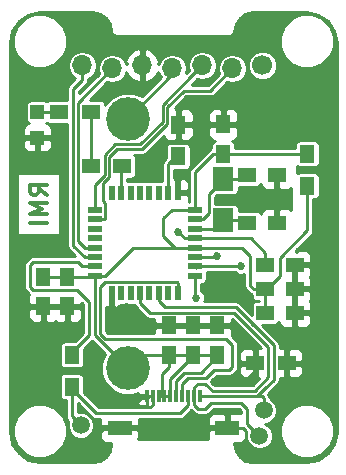
<source format=gbl>
G04 #@! TF.FileFunction,Copper,L2,Bot,Signal*
%FSLAX46Y46*%
G04 Gerber Fmt 4.6, Leading zero omitted, Abs format (unit mm)*
G04 Created by KiCad (PCBNEW 4.0.5-e0-6337~49~ubuntu16.04.1) date Fri Feb 10 02:02:51 2017*
%MOMM*%
%LPD*%
G01*
G04 APERTURE LIST*
%ADD10C,0.100000*%
%ADD11C,0.300000*%
%ADD12C,1.500000*%
%ADD13R,1.500000X1.300000*%
%ADD14R,1.200000X1.200000*%
%ADD15C,1.700000*%
%ADD16O,1.700000X1.700000*%
%ADD17R,1.800000X2.000000*%
%ADD18R,1.500000X1.250000*%
%ADD19R,1.300000X1.500000*%
%ADD20R,1.250000X1.500000*%
%ADD21R,1.200000X0.600000*%
%ADD22R,0.600000X1.200000*%
%ADD23R,0.300000X1.000000*%
%ADD24R,2.000000X1.300000*%
%ADD25C,3.700000*%
%ADD26C,0.900000*%
%ADD27C,0.685800*%
%ADD28C,0.250000*%
%ADD29C,0.254000*%
G04 APERTURE END LIST*
D10*
D11*
X3648571Y-15930000D02*
X2934286Y-15430000D01*
X3648571Y-15072857D02*
X2148571Y-15072857D01*
X2148571Y-15644285D01*
X2220000Y-15787143D01*
X2291429Y-15858571D01*
X2434286Y-15930000D01*
X2648571Y-15930000D01*
X2791429Y-15858571D01*
X2862857Y-15787143D01*
X2934286Y-15644285D01*
X2934286Y-15072857D01*
X3648571Y-16572857D02*
X2148571Y-16572857D01*
X3220000Y-17072857D01*
X2148571Y-17572857D01*
X3648571Y-17572857D01*
X3648571Y-18287143D02*
X2148571Y-18287143D01*
D12*
X21971000Y-34163000D03*
X21590000Y-36322000D03*
X6477000Y-35433000D03*
D13*
X4666000Y-8890000D03*
X7366000Y-8890000D03*
X7300000Y-13500000D03*
X10000000Y-13500000D03*
D14*
X2794000Y-8890000D03*
X2794000Y-11090000D03*
D15*
X21844000Y-4953000D03*
D16*
X19304000Y-5207000D03*
X16764000Y-4953000D03*
X14224000Y-5207000D03*
X11684000Y-4953000D03*
X9144000Y-5207000D03*
X6604000Y-4953000D03*
D13*
X21228100Y-30162500D03*
X23928100Y-30162500D03*
D17*
X18542000Y-18034000D03*
X18542000Y-14534000D03*
D18*
X20574000Y-14224000D03*
X23074000Y-14224000D03*
X20574000Y-18288000D03*
X23074000Y-18288000D03*
D19*
X25654000Y-15146000D03*
X25654000Y-12446000D03*
X14732000Y-9956800D03*
X14732000Y-12656800D03*
D20*
X5334000Y-22860000D03*
X5334000Y-25360000D03*
D18*
X22098000Y-23876000D03*
X24598000Y-23876000D03*
D20*
X18542000Y-12446000D03*
X18542000Y-9946000D03*
X3302000Y-22860000D03*
X3302000Y-25360000D03*
D21*
X16136000Y-17170000D03*
X16136000Y-17970000D03*
X16136000Y-18770000D03*
X16136000Y-19570000D03*
X16136000Y-20370000D03*
X16136000Y-21170000D03*
X16136000Y-21970000D03*
X16136000Y-22770000D03*
D22*
X14686000Y-24220000D03*
X13886000Y-24220000D03*
X13086000Y-24220000D03*
X12286000Y-24220000D03*
X11486000Y-24220000D03*
X10686000Y-24220000D03*
X9886000Y-24220000D03*
X9086000Y-24220000D03*
D21*
X7636000Y-22770000D03*
X7636000Y-21970000D03*
X7636000Y-21170000D03*
X7636000Y-20370000D03*
X7636000Y-19570000D03*
X7636000Y-18770000D03*
X7636000Y-17970000D03*
X7636000Y-17170000D03*
D22*
X9086000Y-15720000D03*
X9886000Y-15720000D03*
X10686000Y-15720000D03*
X11486000Y-15720000D03*
X12286000Y-15720000D03*
X13086000Y-15720000D03*
X13886000Y-15720000D03*
X14686000Y-15720000D03*
D18*
X22098000Y-21844000D03*
X24598000Y-21844000D03*
D20*
X13970000Y-29464000D03*
X13970000Y-26964000D03*
X18034000Y-29464000D03*
X18034000Y-26964000D03*
X16002000Y-29464000D03*
X16002000Y-26964000D03*
D23*
X14550000Y-32950000D03*
X15050000Y-32950000D03*
X15550000Y-32950000D03*
X16050000Y-32950000D03*
X16550000Y-32950000D03*
X14050000Y-32950000D03*
X13550000Y-32950000D03*
X13050000Y-32950000D03*
X12550000Y-32950000D03*
X12050000Y-32950000D03*
D24*
X18850000Y-35650000D03*
X9750000Y-35650000D03*
D18*
X22098000Y-25908000D03*
X24598000Y-25908000D03*
D25*
X10430000Y-9497000D03*
X10430000Y-30607000D03*
D19*
X5715000Y-29445000D03*
X5715000Y-32145000D03*
D26*
X26550000Y-28175000D03*
X26550000Y-32425000D03*
X26554000Y-17369500D03*
X26554000Y-21619500D03*
X26554000Y-6511000D03*
X26554000Y-10761000D03*
D27*
X7620000Y-37592000D03*
X18034000Y-23368000D03*
X20447000Y-37592000D03*
X7620000Y-31242000D03*
X7620000Y-32766000D03*
X9144000Y-32766000D03*
X20320000Y-31750000D03*
X17780000Y-31750000D03*
X19050000Y-31750000D03*
X11430000Y-26924000D03*
X9906000Y-26924000D03*
X19304000Y-16256000D03*
X20320000Y-16256000D03*
X21336000Y-16256000D03*
X22352000Y-16256000D03*
X14732000Y-19050000D03*
X18034000Y-21082000D03*
X20066000Y-21970000D03*
X16256000Y-24638000D03*
D28*
X7620000Y-36530000D02*
X7620000Y-37592000D01*
X9750000Y-35650000D02*
X8500000Y-35650000D01*
X8500000Y-35650000D02*
X7620000Y-36530000D01*
X9750000Y-35650000D02*
X9400000Y-35650000D01*
X9400000Y-35650000D02*
X9236000Y-35814000D01*
X20193000Y-35687000D02*
X20447000Y-35941000D01*
X20447000Y-35941000D02*
X20447000Y-37592000D01*
X19237000Y-35687000D02*
X20193000Y-35687000D01*
X18850000Y-35650000D02*
X19200000Y-35650000D01*
X19200000Y-35650000D02*
X19237000Y-35687000D01*
X12341000Y-33909000D02*
X11303000Y-33909000D01*
X11938000Y-33812000D02*
X11333000Y-33812000D01*
X12050000Y-32950000D02*
X9328000Y-32950000D01*
X9328000Y-32950000D02*
X9144000Y-32766000D01*
X7620000Y-32766000D02*
X7620000Y-31242000D01*
X9144000Y-32766000D02*
X7620000Y-32766000D01*
X7766000Y-32766000D02*
X7620000Y-32766000D01*
X22352000Y-16256000D02*
X21336000Y-16256000D01*
X21628100Y-30162500D02*
X21628100Y-30441900D01*
X21628100Y-30441900D02*
X20320000Y-31750000D01*
X19050000Y-31750000D02*
X17780000Y-31750000D01*
X20320000Y-31750000D02*
X19050000Y-31750000D01*
X9906000Y-26924000D02*
X11430000Y-26924000D01*
X9086000Y-24220000D02*
X9086000Y-26104000D01*
X9086000Y-26104000D02*
X9606001Y-26624001D01*
X9606001Y-26624001D02*
X9906000Y-26924000D01*
X20320000Y-16256000D02*
X19304000Y-16256000D01*
X21336000Y-16256000D02*
X20320000Y-16256000D01*
X23074000Y-18288000D02*
X23074000Y-16978000D01*
X23074000Y-16978000D02*
X22352000Y-16256000D01*
X21628100Y-30162500D02*
X21628100Y-30462500D01*
X12550000Y-32950000D02*
X12550000Y-33700000D01*
X12550000Y-33700000D02*
X12341000Y-33909000D01*
X12550000Y-32950000D02*
X12050000Y-32950000D01*
X12050000Y-32950000D02*
X12050000Y-33700000D01*
X12050000Y-33700000D02*
X11938000Y-33812000D01*
X12050000Y-32950000D02*
X11754000Y-32950000D01*
X11754000Y-32950000D02*
X11176000Y-33528000D01*
X23300000Y-21267678D02*
X23300000Y-22799000D01*
X23300000Y-22799000D02*
X22223000Y-23876000D01*
X22223000Y-23876000D02*
X22098000Y-23876000D01*
X25654000Y-15146000D02*
X25654000Y-18913678D01*
X25654000Y-18913678D02*
X23300000Y-21267678D01*
X22098000Y-23876000D02*
X22098000Y-25908000D01*
X20828000Y-21082000D02*
X20828000Y-22606000D01*
X20828000Y-22606000D02*
X20828000Y-23114000D01*
X22098000Y-23876000D02*
X21098000Y-23876000D01*
X21098000Y-23876000D02*
X20828000Y-23606000D01*
X20828000Y-23606000D02*
X20828000Y-22606000D01*
X20116000Y-20370000D02*
X20828000Y-21082000D01*
X16136000Y-20370000D02*
X19304000Y-20370000D01*
X19304000Y-20370000D02*
X20116000Y-20370000D01*
X14478000Y-20370000D02*
X13462000Y-19354000D01*
X13462000Y-19354000D02*
X13462000Y-17907000D01*
X13462000Y-17907000D02*
X14199000Y-17170000D01*
X14199000Y-17170000D02*
X16136000Y-17170000D01*
X16136000Y-20370000D02*
X14478000Y-20370000D01*
X14478000Y-20370000D02*
X13462000Y-20370000D01*
X10430000Y-9497000D02*
X14224000Y-5703000D01*
X14224000Y-5703000D02*
X14224000Y-5207000D01*
X8486000Y-22770000D02*
X10428000Y-20828000D01*
X13462000Y-20370000D02*
X10886000Y-20370000D01*
X10428000Y-20828000D02*
X10682000Y-20574000D01*
X10886000Y-20370000D02*
X10428000Y-20828000D01*
X25654000Y-12446000D02*
X18542000Y-12446000D01*
X16136000Y-17170000D02*
X16136000Y-13977000D01*
X16136000Y-13977000D02*
X17667000Y-12446000D01*
X17667000Y-12446000D02*
X18542000Y-12446000D01*
X18034000Y-29464000D02*
X16002000Y-29464000D01*
X13550000Y-32950000D02*
X14050000Y-32950000D01*
X13970000Y-29464000D02*
X16002000Y-29464000D01*
X13335000Y-32950000D02*
X13335000Y-31099000D01*
X13335000Y-31099000D02*
X13970000Y-30464000D01*
X13970000Y-30464000D02*
X13970000Y-29464000D01*
X13335000Y-32950000D02*
X13050000Y-32950000D01*
X13550000Y-32950000D02*
X13335000Y-32950000D01*
X14050000Y-32950000D02*
X14050000Y-31541000D01*
X14050000Y-31541000D02*
X16002000Y-29589000D01*
X16002000Y-29589000D02*
X16002000Y-29464000D01*
X16002000Y-29295000D02*
X16002000Y-29170000D01*
X5334000Y-22860000D02*
X7546000Y-22860000D01*
X7546000Y-22860000D02*
X7636000Y-22770000D01*
X7636000Y-22770000D02*
X8486000Y-22770000D01*
X7636000Y-22770000D02*
X7636000Y-27813000D01*
X3302000Y-22860000D02*
X5334000Y-22860000D01*
X15450998Y-20370000D02*
X15290000Y-20370000D01*
X16129000Y-17163000D02*
X16136000Y-17170000D01*
X15450998Y-20370000D02*
X16136000Y-20370000D01*
X14550000Y-31678000D02*
X15240000Y-30988000D01*
X15240000Y-30988000D02*
X16635000Y-30988000D01*
X16635000Y-30988000D02*
X18034000Y-29589000D01*
X18034000Y-29589000D02*
X18034000Y-29464000D01*
X14550000Y-32131000D02*
X14550000Y-31678000D01*
X18034000Y-30097000D02*
X18034000Y-29972000D01*
X14550000Y-32131000D02*
X14550000Y-31806410D01*
X14550000Y-32950000D02*
X14550000Y-32131000D01*
X13970000Y-29464000D02*
X11573000Y-29464000D01*
X11573000Y-29464000D02*
X10430000Y-30607000D01*
X7636000Y-27813000D02*
X10430000Y-30607000D01*
X15125001Y-31864999D02*
X15300000Y-31690000D01*
X15300000Y-31690000D02*
X15551990Y-31438010D01*
X15050000Y-32950000D02*
X15050000Y-31940000D01*
X15050000Y-31940000D02*
X15300000Y-31690000D01*
X14686000Y-23370000D02*
X14686000Y-24220000D01*
X8128000Y-23692998D02*
X8525999Y-23294999D01*
X19304000Y-28602999D02*
X18796000Y-28094999D01*
X17075990Y-31438010D02*
X17780000Y-30734000D01*
X18796000Y-28094999D02*
X8554409Y-28094999D01*
X15551990Y-31438010D02*
X17075990Y-31438010D01*
X17780000Y-30734000D02*
X19050000Y-30734000D01*
X19050000Y-30734000D02*
X19304000Y-30480000D01*
X19304000Y-30480000D02*
X19304000Y-28602999D01*
X8525999Y-23294999D02*
X14610999Y-23294999D01*
X8554409Y-28094999D02*
X8128000Y-27668590D01*
X8128000Y-27668590D02*
X8128000Y-23692998D01*
X14610999Y-23294999D02*
X14686000Y-23370000D01*
X7636000Y-17970000D02*
X8486000Y-17970000D01*
X8382000Y-16430998D02*
X8382000Y-14886417D01*
X8890000Y-12700000D02*
X9563188Y-12026812D01*
X13804599Y-8481495D02*
X15209966Y-7076128D01*
X8486000Y-17970000D02*
X8561001Y-17894999D01*
X9563188Y-12026812D02*
X11683787Y-12026812D01*
X11683787Y-12026812D02*
X13804599Y-9906000D01*
X8561001Y-17894999D02*
X8561001Y-16609999D01*
X8561001Y-16609999D02*
X8382000Y-16430998D01*
X8382000Y-14886417D02*
X8890000Y-14378417D01*
X17434872Y-7076128D02*
X19304000Y-5207000D01*
X8890000Y-14378417D02*
X8890000Y-12700000D01*
X13804599Y-9906000D02*
X13804599Y-8481495D01*
X15209966Y-7076128D02*
X17434872Y-7076128D01*
X19304000Y-5207000D02*
X18923000Y-5207000D01*
X19050000Y-4927600D02*
X19050000Y-5080000D01*
X13402188Y-8314812D02*
X15914001Y-5802999D01*
X13402188Y-9711812D02*
X13402188Y-8314812D01*
X9396504Y-11624401D02*
X11489599Y-11624401D01*
X8487589Y-12533316D02*
X9396504Y-11624401D01*
X8487589Y-14211733D02*
X8487589Y-12533316D01*
X15914001Y-5802999D02*
X16764000Y-4953000D01*
X7636000Y-15063322D02*
X8487589Y-14211733D01*
X7636000Y-17170000D02*
X7636000Y-15063322D01*
X11489599Y-11624401D02*
X13402188Y-9711812D01*
X18542000Y-18034000D02*
X20320000Y-18034000D01*
X20320000Y-18034000D02*
X20574000Y-18288000D01*
X16136000Y-18770000D02*
X17806000Y-18770000D01*
X17806000Y-18770000D02*
X18542000Y-18034000D01*
X18542000Y-14534000D02*
X20264000Y-14534000D01*
X20264000Y-14534000D02*
X20574000Y-14224000D01*
X17316999Y-15859001D02*
X18542000Y-14634000D01*
X18542000Y-14634000D02*
X18542000Y-14534000D01*
X16136000Y-17970000D02*
X16821002Y-17970000D01*
X16821002Y-17970000D02*
X17316999Y-17474003D01*
X17316999Y-17474003D02*
X17316999Y-15859001D01*
X13886000Y-15720000D02*
X13886000Y-13292000D01*
X13886000Y-13292000D02*
X14732000Y-12446000D01*
X20840000Y-19570000D02*
X22098000Y-20828000D01*
X22098000Y-20828000D02*
X22098000Y-21844000D01*
X16136000Y-19570000D02*
X19812000Y-19570000D01*
X19812000Y-19570000D02*
X20840000Y-19570000D01*
X16136000Y-19570000D02*
X15252000Y-19570000D01*
X15252000Y-19570000D02*
X14732000Y-19050000D01*
X17272000Y-33782000D02*
X17526000Y-33528000D01*
X17526000Y-33528000D02*
X20066000Y-33528000D01*
X20066000Y-33528000D02*
X20574000Y-34036000D01*
X20574000Y-34036000D02*
X20574000Y-35306000D01*
X20574000Y-35306000D02*
X21590000Y-36322000D01*
X17335499Y-33718501D02*
X17272000Y-33782000D01*
X17272000Y-33782000D02*
X17018000Y-34036000D01*
X17018000Y-34036000D02*
X16386000Y-34036000D01*
X16386000Y-34036000D02*
X16050000Y-33700000D01*
X16050000Y-33700000D02*
X16050000Y-32950000D01*
X16361980Y-31888020D02*
X16050000Y-32200000D01*
X22352000Y-31367590D02*
X21219600Y-32499990D01*
X17629970Y-32499990D02*
X17018000Y-31888020D01*
X17018000Y-31888020D02*
X16361980Y-31888020D01*
X21219600Y-32499990D02*
X17629970Y-32499990D01*
X22352000Y-28763094D02*
X22352000Y-31367590D01*
X19477905Y-25888999D02*
X22352000Y-28763094D01*
X12304999Y-25888999D02*
X19477905Y-25888999D01*
X16050000Y-32200000D02*
X16050000Y-32950000D01*
X11486000Y-25070000D02*
X12304999Y-25888999D01*
X11486000Y-24220000D02*
X11486000Y-25070000D01*
X21818660Y-32950000D02*
X21971000Y-33102340D01*
X21971000Y-33102340D02*
X21971000Y-34163000D01*
X21406000Y-32950000D02*
X21818660Y-32950000D01*
X13619987Y-25438989D02*
X19596990Y-25438990D01*
X19596990Y-25438990D02*
X20447000Y-26289000D01*
X22802010Y-28644010D02*
X20447000Y-26289000D01*
X20447000Y-26289000D02*
X21082000Y-26924000D01*
X22802010Y-31553990D02*
X22098000Y-32258000D01*
X22098000Y-32258000D02*
X21406000Y-32950000D01*
X21590000Y-32766000D02*
X22098000Y-32258000D01*
X22802010Y-28956000D02*
X22802010Y-31553990D01*
X22802010Y-28956000D02*
X22802010Y-28644010D01*
X13086000Y-24220000D02*
X13086000Y-24905002D01*
X16950000Y-32950000D02*
X16550000Y-32950000D01*
X13086000Y-24905002D02*
X13619987Y-25438989D01*
X21406000Y-32950000D02*
X16950000Y-32950000D01*
X5715000Y-34671000D02*
X6477000Y-35433000D01*
X5715000Y-32145000D02*
X5715000Y-34671000D01*
X5574000Y-32004000D02*
X5715000Y-32145000D01*
X5715000Y-32345000D02*
X5715000Y-31745000D01*
X15550000Y-32950000D02*
X15550000Y-33700000D01*
X15550000Y-33700000D02*
X14833000Y-34417000D01*
X14833000Y-34417000D02*
X7787000Y-34417000D01*
X7787000Y-34417000D02*
X5715000Y-32345000D01*
X5715000Y-29845000D02*
X5715000Y-29245000D01*
X5715000Y-29245000D02*
X7175500Y-27784500D01*
X7175500Y-27784500D02*
X7175500Y-24975500D01*
X7175500Y-24975500D02*
X6135001Y-23935001D01*
X2159000Y-21844000D02*
X2413000Y-21590000D01*
X6135001Y-23935001D02*
X2416999Y-23935001D01*
X2416999Y-23935001D02*
X2159000Y-23677002D01*
X2159000Y-23677002D02*
X2159000Y-21844000D01*
X2413000Y-21590000D02*
X6223000Y-21590000D01*
X6223000Y-21590000D02*
X6603000Y-21970000D01*
X6603000Y-21970000D02*
X7636000Y-21970000D01*
X16136000Y-21170000D02*
X17946000Y-21170000D01*
X17946000Y-21170000D02*
X18034000Y-21082000D01*
X16136000Y-21970000D02*
X20066000Y-21970000D01*
X16264000Y-22098000D02*
X16136000Y-21970000D01*
X16136000Y-22770000D02*
X16136000Y-24518000D01*
X16136000Y-24518000D02*
X16256000Y-24638000D01*
X5842000Y-7874000D02*
X5842000Y-20226000D01*
X6604000Y-4953000D02*
X6604000Y-6155081D01*
X6604000Y-6155081D02*
X5842000Y-6917081D01*
X5842000Y-6917081D02*
X5842000Y-7874000D01*
X5842000Y-20226000D02*
X6786000Y-21170000D01*
X6786000Y-21170000D02*
X7636000Y-21170000D01*
X6244411Y-19828411D02*
X6244411Y-8128000D01*
X6244411Y-8128000D02*
X6244411Y-8106589D01*
X6244411Y-8106589D02*
X9144000Y-5207000D01*
X6786000Y-20370000D02*
X6244411Y-19828411D01*
X7636000Y-20370000D02*
X6786000Y-20370000D01*
X2794000Y-8890000D02*
X4666000Y-8890000D01*
X7300000Y-13500000D02*
X7300000Y-8956000D01*
X7300000Y-8956000D02*
X7366000Y-8890000D01*
X9886000Y-15720000D02*
X9886000Y-13614000D01*
X9886000Y-13614000D02*
X10000000Y-13500000D01*
D29*
G36*
X8087445Y-577712D02*
X8585456Y-910472D01*
X8918216Y-1408483D01*
X9052762Y-2084889D01*
X9068391Y-2122620D01*
X9078711Y-2174504D01*
X9108101Y-2218490D01*
X9120850Y-2249268D01*
X9144406Y-2272824D01*
X9177559Y-2322441D01*
X9227176Y-2355594D01*
X9246660Y-2375078D01*
X9272118Y-2385623D01*
X9325496Y-2421289D01*
X9388458Y-2433813D01*
X9411038Y-2443166D01*
X9435479Y-2443166D01*
X9500000Y-2456000D01*
X19000000Y-2456000D01*
X19064521Y-2443166D01*
X19088962Y-2443166D01*
X19111543Y-2433813D01*
X19174504Y-2421289D01*
X19227879Y-2385625D01*
X19253340Y-2375079D01*
X19272827Y-2355592D01*
X19322441Y-2322441D01*
X19355593Y-2272825D01*
X19379150Y-2249268D01*
X19391899Y-2218490D01*
X19421289Y-2174504D01*
X19431609Y-2122620D01*
X19447238Y-2084889D01*
X19581784Y-1408483D01*
X19914544Y-910472D01*
X20412555Y-577712D01*
X21024440Y-456000D01*
X25555089Y-456000D01*
X26570128Y-657904D01*
X27392562Y-1207438D01*
X27942096Y-2029872D01*
X28144000Y-3044911D01*
X28144000Y-35955089D01*
X27942096Y-36970128D01*
X27392562Y-37792562D01*
X26570128Y-38342096D01*
X25555089Y-38544000D01*
X21044911Y-38544000D01*
X20412555Y-38418216D01*
X19914544Y-38085456D01*
X19581784Y-37587445D01*
X19452004Y-36935000D01*
X19976309Y-36935000D01*
X20209698Y-36838327D01*
X20388327Y-36659699D01*
X20458853Y-36489434D01*
X20458804Y-36545983D01*
X20630625Y-36961823D01*
X20948503Y-37280256D01*
X21364043Y-37452804D01*
X21813983Y-37453196D01*
X22229823Y-37281375D01*
X22548256Y-36963497D01*
X22720804Y-36547957D01*
X22720975Y-36350936D01*
X23322606Y-36350936D01*
X23668528Y-37188132D01*
X24308499Y-37829221D01*
X25145090Y-38176604D01*
X26050936Y-38177394D01*
X26888132Y-37831472D01*
X27529221Y-37191501D01*
X27876604Y-36354910D01*
X27877394Y-35449064D01*
X27531472Y-34611868D01*
X26891501Y-33970779D01*
X26054910Y-33623396D01*
X25149064Y-33622606D01*
X24311868Y-33968528D01*
X23670779Y-34608499D01*
X23323396Y-35445090D01*
X23322606Y-36350936D01*
X22720975Y-36350936D01*
X22721196Y-36098017D01*
X22549375Y-35682177D01*
X22231497Y-35363744D01*
X22063732Y-35294082D01*
X22194983Y-35294196D01*
X22610823Y-35122375D01*
X22929256Y-34804497D01*
X23101804Y-34388957D01*
X23102196Y-33939017D01*
X22930375Y-33523177D01*
X22612497Y-33204744D01*
X22477000Y-33148480D01*
X22477000Y-33102340D01*
X22438483Y-32908702D01*
X22328796Y-32744544D01*
X22327922Y-32743670D01*
X23159806Y-31911786D01*
X23269493Y-31747628D01*
X23308010Y-31553990D01*
X23308010Y-31447500D01*
X23642350Y-31447500D01*
X23801100Y-31288750D01*
X23801100Y-30289500D01*
X24055100Y-30289500D01*
X24055100Y-31288750D01*
X24213850Y-31447500D01*
X24804409Y-31447500D01*
X25037798Y-31350827D01*
X25216427Y-31172199D01*
X25313100Y-30938810D01*
X25313100Y-30448250D01*
X25154350Y-30289500D01*
X24055100Y-30289500D01*
X23801100Y-30289500D01*
X23781100Y-30289500D01*
X23781100Y-30035500D01*
X23801100Y-30035500D01*
X23801100Y-29036250D01*
X24055100Y-29036250D01*
X24055100Y-30035500D01*
X25154350Y-30035500D01*
X25313100Y-29876750D01*
X25313100Y-29386190D01*
X25216427Y-29152801D01*
X25037798Y-28974173D01*
X24804409Y-28877500D01*
X24213850Y-28877500D01*
X24055100Y-29036250D01*
X23801100Y-29036250D01*
X23642350Y-28877500D01*
X23308010Y-28877500D01*
X23308010Y-28644010D01*
X23269493Y-28450372D01*
X23159806Y-28286214D01*
X21795056Y-26921464D01*
X22848000Y-26921464D01*
X22989190Y-26894897D01*
X23118865Y-26811454D01*
X23205859Y-26684134D01*
X23213000Y-26648870D01*
X23213000Y-26659310D01*
X23309673Y-26892699D01*
X23488302Y-27071327D01*
X23721691Y-27168000D01*
X24312250Y-27168000D01*
X24471000Y-27009250D01*
X24471000Y-26035000D01*
X24725000Y-26035000D01*
X24725000Y-27009250D01*
X24883750Y-27168000D01*
X25474309Y-27168000D01*
X25707698Y-27071327D01*
X25886327Y-26892699D01*
X25983000Y-26659310D01*
X25983000Y-26193750D01*
X25824250Y-26035000D01*
X24725000Y-26035000D01*
X24471000Y-26035000D01*
X24451000Y-26035000D01*
X24451000Y-25781000D01*
X24471000Y-25781000D01*
X24471000Y-24003000D01*
X24725000Y-24003000D01*
X24725000Y-25781000D01*
X25824250Y-25781000D01*
X25983000Y-25622250D01*
X25983000Y-25156690D01*
X25886327Y-24923301D01*
X25855026Y-24892000D01*
X25886327Y-24860699D01*
X25983000Y-24627310D01*
X25983000Y-24161750D01*
X25824250Y-24003000D01*
X24725000Y-24003000D01*
X24471000Y-24003000D01*
X24451000Y-24003000D01*
X24451000Y-23749000D01*
X24471000Y-23749000D01*
X24471000Y-21971000D01*
X24725000Y-21971000D01*
X24725000Y-23749000D01*
X25824250Y-23749000D01*
X25983000Y-23590250D01*
X25983000Y-23124690D01*
X25886327Y-22891301D01*
X25855026Y-22860000D01*
X25886327Y-22828699D01*
X25983000Y-22595310D01*
X25983000Y-22129750D01*
X25824250Y-21971000D01*
X24725000Y-21971000D01*
X24471000Y-21971000D01*
X24451000Y-21971000D01*
X24451000Y-21717000D01*
X24471000Y-21717000D01*
X24471000Y-21697000D01*
X24725000Y-21697000D01*
X24725000Y-21717000D01*
X25824250Y-21717000D01*
X25983000Y-21558250D01*
X25983000Y-21092690D01*
X25886327Y-20859301D01*
X25707698Y-20680673D01*
X25474309Y-20584000D01*
X24883750Y-20584000D01*
X24725002Y-20742748D01*
X24725002Y-20584000D01*
X24699270Y-20584000D01*
X26011796Y-19271474D01*
X26051399Y-19212204D01*
X26121483Y-19107316D01*
X26160000Y-18913678D01*
X26160000Y-16284464D01*
X26304000Y-16284464D01*
X26445190Y-16257897D01*
X26574865Y-16174454D01*
X26661859Y-16047134D01*
X26692464Y-15896000D01*
X26692464Y-14396000D01*
X26665897Y-14254810D01*
X26582454Y-14125135D01*
X26455134Y-14038141D01*
X26304000Y-14007536D01*
X25004000Y-14007536D01*
X24862810Y-14034103D01*
X24765000Y-14097042D01*
X24765000Y-13493823D01*
X24852866Y-13553859D01*
X25004000Y-13584464D01*
X26304000Y-13584464D01*
X26445190Y-13557897D01*
X26574865Y-13474454D01*
X26661859Y-13347134D01*
X26692464Y-13196000D01*
X26692464Y-11696000D01*
X26665897Y-11554810D01*
X26582454Y-11425135D01*
X26455134Y-11338141D01*
X26304000Y-11307536D01*
X25004000Y-11307536D01*
X24862810Y-11334103D01*
X24733135Y-11417546D01*
X24646141Y-11544866D01*
X24615536Y-11696000D01*
X24615536Y-11940000D01*
X19555464Y-11940000D01*
X19555464Y-11696000D01*
X19528897Y-11554810D01*
X19445454Y-11425135D01*
X19318134Y-11338141D01*
X19282870Y-11331000D01*
X19293310Y-11331000D01*
X19526699Y-11234327D01*
X19705327Y-11055698D01*
X19802000Y-10822309D01*
X19802000Y-10231750D01*
X19643250Y-10073000D01*
X18669000Y-10073000D01*
X18669000Y-10093000D01*
X18415000Y-10093000D01*
X18415000Y-10073000D01*
X17440750Y-10073000D01*
X17282000Y-10231750D01*
X17282000Y-10822309D01*
X17378673Y-11055698D01*
X17557301Y-11234327D01*
X17790690Y-11331000D01*
X17792301Y-11331000D01*
X17775810Y-11334103D01*
X17646135Y-11417546D01*
X17559141Y-11544866D01*
X17528536Y-11696000D01*
X17528536Y-11967542D01*
X17473362Y-11978517D01*
X17309204Y-12088204D01*
X15778204Y-13619204D01*
X15668517Y-13783362D01*
X15630000Y-13977000D01*
X15630000Y-16481536D01*
X15606408Y-16481536D01*
X15621000Y-16446309D01*
X15621000Y-16005750D01*
X15462250Y-15847000D01*
X14813000Y-15847000D01*
X14813000Y-15867000D01*
X14574464Y-15867000D01*
X14574464Y-15120000D01*
X14559000Y-15037817D01*
X14559000Y-14643750D01*
X14813000Y-14643750D01*
X14813000Y-15593000D01*
X15462250Y-15593000D01*
X15621000Y-15434250D01*
X15621000Y-14993691D01*
X15524327Y-14760302D01*
X15345699Y-14581673D01*
X15112310Y-14485000D01*
X14971750Y-14485000D01*
X14813000Y-14643750D01*
X14559000Y-14643750D01*
X14400250Y-14485000D01*
X14392000Y-14485000D01*
X14392000Y-13795264D01*
X15382000Y-13795264D01*
X15523190Y-13768697D01*
X15652865Y-13685254D01*
X15739859Y-13557934D01*
X15770464Y-13406800D01*
X15770464Y-11906800D01*
X15743897Y-11765610D01*
X15660454Y-11635935D01*
X15533134Y-11548941D01*
X15382000Y-11518336D01*
X14082000Y-11518336D01*
X13940810Y-11544903D01*
X13811135Y-11628346D01*
X13724141Y-11755666D01*
X13693536Y-11906800D01*
X13693536Y-12768872D01*
X13528204Y-12934204D01*
X13418517Y-13098362D01*
X13380000Y-13292000D01*
X13380000Y-14731536D01*
X12786000Y-14731536D01*
X12682330Y-14751043D01*
X12586000Y-14731536D01*
X11986000Y-14731536D01*
X11882330Y-14751043D01*
X11786000Y-14731536D01*
X11186000Y-14731536D01*
X11082330Y-14751043D01*
X10986000Y-14731536D01*
X10392000Y-14731536D01*
X10392000Y-14538464D01*
X10750000Y-14538464D01*
X10891190Y-14511897D01*
X11020865Y-14428454D01*
X11107859Y-14301134D01*
X11138464Y-14150000D01*
X11138464Y-12850000D01*
X11111897Y-12708810D01*
X11028454Y-12579135D01*
X10960658Y-12532812D01*
X11683787Y-12532812D01*
X11877425Y-12494295D01*
X12041583Y-12384608D01*
X13489786Y-10936405D01*
X13543673Y-11066498D01*
X13722301Y-11245127D01*
X13955690Y-11341800D01*
X14446250Y-11341800D01*
X14605000Y-11183050D01*
X14605000Y-10083800D01*
X14859000Y-10083800D01*
X14859000Y-11183050D01*
X15017750Y-11341800D01*
X15508310Y-11341800D01*
X15741699Y-11245127D01*
X15920327Y-11066498D01*
X16017000Y-10833109D01*
X16017000Y-10242550D01*
X15858250Y-10083800D01*
X14859000Y-10083800D01*
X14605000Y-10083800D01*
X14585000Y-10083800D01*
X14585000Y-9829800D01*
X14605000Y-9829800D01*
X14605000Y-8730550D01*
X14859000Y-8730550D01*
X14859000Y-9829800D01*
X15858250Y-9829800D01*
X16017000Y-9671050D01*
X16017000Y-9080491D01*
X16012527Y-9069691D01*
X17282000Y-9069691D01*
X17282000Y-9660250D01*
X17440750Y-9819000D01*
X18415000Y-9819000D01*
X18415000Y-8719750D01*
X18669000Y-8719750D01*
X18669000Y-9819000D01*
X19643250Y-9819000D01*
X19802000Y-9660250D01*
X19802000Y-9069691D01*
X19705327Y-8836302D01*
X19526699Y-8657673D01*
X19293310Y-8561000D01*
X18827750Y-8561000D01*
X18669000Y-8719750D01*
X18415000Y-8719750D01*
X18256250Y-8561000D01*
X17790690Y-8561000D01*
X17557301Y-8657673D01*
X17378673Y-8836302D01*
X17282000Y-9069691D01*
X16012527Y-9069691D01*
X15920327Y-8847102D01*
X15741699Y-8668473D01*
X15508310Y-8571800D01*
X15017750Y-8571800D01*
X14859000Y-8730550D01*
X14605000Y-8730550D01*
X14446250Y-8571800D01*
X14429886Y-8571800D01*
X15419558Y-7582128D01*
X17434872Y-7582128D01*
X17628510Y-7543611D01*
X17792668Y-7433924D01*
X18853988Y-6372604D01*
X19304000Y-6462117D01*
X19775083Y-6368413D01*
X20174448Y-6101565D01*
X20441296Y-5702200D01*
X20535000Y-5231117D01*
X20535000Y-5196787D01*
X20612787Y-5196787D01*
X20799800Y-5649395D01*
X21145784Y-5995983D01*
X21598065Y-6183786D01*
X22087787Y-6184213D01*
X22540395Y-5997200D01*
X22886983Y-5651216D01*
X23074786Y-5198935D01*
X23075213Y-4709213D01*
X22888200Y-4256605D01*
X22542216Y-3910017D01*
X22089935Y-3722214D01*
X21600213Y-3721787D01*
X21147605Y-3908800D01*
X20801017Y-4254784D01*
X20613214Y-4707065D01*
X20612787Y-5196787D01*
X20535000Y-5196787D01*
X20535000Y-5182883D01*
X20441296Y-4711800D01*
X20174448Y-4312435D01*
X19775083Y-4045587D01*
X19304000Y-3951883D01*
X18832917Y-4045587D01*
X18433552Y-4312435D01*
X18166704Y-4711800D01*
X18073000Y-5182883D01*
X18073000Y-5231117D01*
X18154510Y-5640898D01*
X17225280Y-6570128D01*
X15862464Y-6570128D01*
X16313988Y-6118604D01*
X16764000Y-6208117D01*
X17235083Y-6114413D01*
X17634448Y-5847565D01*
X17901296Y-5448200D01*
X17995000Y-4977117D01*
X17995000Y-4928883D01*
X17901296Y-4457800D01*
X17634448Y-4058435D01*
X17235083Y-3791587D01*
X16764000Y-3697883D01*
X16292917Y-3791587D01*
X15893552Y-4058435D01*
X15626704Y-4457800D01*
X15533000Y-4928883D01*
X15533000Y-4977117D01*
X15614510Y-5386898D01*
X15376713Y-5624695D01*
X15455000Y-5231117D01*
X15455000Y-5182883D01*
X15361296Y-4711800D01*
X15094448Y-4312435D01*
X14695083Y-4045587D01*
X14224000Y-3951883D01*
X13752917Y-4045587D01*
X13353552Y-4312435D01*
X13086704Y-4711800D01*
X13063989Y-4825998D01*
X13004820Y-4825998D01*
X13125486Y-4596108D01*
X12879183Y-4071642D01*
X12450924Y-3681355D01*
X12040890Y-3511524D01*
X11811000Y-3632845D01*
X11811000Y-4826000D01*
X11831000Y-4826000D01*
X11831000Y-5080000D01*
X11811000Y-5080000D01*
X11811000Y-6273155D01*
X12040890Y-6394476D01*
X12450924Y-6224645D01*
X12879183Y-5834358D01*
X13043426Y-5484627D01*
X13086704Y-5702200D01*
X13255936Y-5955472D01*
X11631283Y-7580125D01*
X10875720Y-7266388D01*
X9988174Y-7265613D01*
X9167891Y-7604547D01*
X8539753Y-8231590D01*
X8504464Y-8316575D01*
X8504464Y-8240000D01*
X8477897Y-8098810D01*
X8394454Y-7969135D01*
X8267134Y-7882141D01*
X8116000Y-7851536D01*
X7215056Y-7851536D01*
X8693988Y-6372604D01*
X9144000Y-6462117D01*
X9615083Y-6368413D01*
X10014448Y-6101565D01*
X10281296Y-5702200D01*
X10324574Y-5484627D01*
X10488817Y-5834358D01*
X10917076Y-6224645D01*
X11327110Y-6394476D01*
X11557000Y-6273155D01*
X11557000Y-5080000D01*
X11537000Y-5080000D01*
X11537000Y-4826000D01*
X11557000Y-4826000D01*
X11557000Y-3632845D01*
X11327110Y-3511524D01*
X10917076Y-3681355D01*
X10488817Y-4071642D01*
X10242514Y-4596108D01*
X10363180Y-4825998D01*
X10304011Y-4825998D01*
X10281296Y-4711800D01*
X10014448Y-4312435D01*
X9615083Y-4045587D01*
X9144000Y-3951883D01*
X8672917Y-4045587D01*
X8273552Y-4312435D01*
X8006704Y-4711800D01*
X7913000Y-5182883D01*
X7913000Y-5231117D01*
X7994510Y-5640898D01*
X6348000Y-7287408D01*
X6348000Y-7126673D01*
X6961796Y-6512877D01*
X6995713Y-6462117D01*
X7071483Y-6348719D01*
X7110000Y-6155081D01*
X7110000Y-6091082D01*
X7474448Y-5847565D01*
X7741296Y-5448200D01*
X7835000Y-4977117D01*
X7835000Y-4928883D01*
X7741296Y-4457800D01*
X7474448Y-4058435D01*
X7075083Y-3791587D01*
X6604000Y-3697883D01*
X6132917Y-3791587D01*
X5733552Y-4058435D01*
X5466704Y-4457800D01*
X5373000Y-4928883D01*
X5373000Y-4977117D01*
X5466704Y-5448200D01*
X5733552Y-5847565D01*
X6010723Y-6032766D01*
X5484204Y-6559285D01*
X5374517Y-6723443D01*
X5336000Y-6917081D01*
X5336000Y-7851536D01*
X3916000Y-7851536D01*
X3774810Y-7878103D01*
X3645135Y-7961546D01*
X3627005Y-7988081D01*
X3545134Y-7932141D01*
X3394000Y-7901536D01*
X2194000Y-7901536D01*
X2052810Y-7928103D01*
X1923135Y-8011546D01*
X1836141Y-8138866D01*
X1805536Y-8290000D01*
X1805536Y-9490000D01*
X1832103Y-9631190D01*
X1915546Y-9760865D01*
X2042866Y-9847859D01*
X2078130Y-9855000D01*
X2067690Y-9855000D01*
X1834301Y-9951673D01*
X1655673Y-10130302D01*
X1559000Y-10363691D01*
X1559000Y-10804250D01*
X1717750Y-10963000D01*
X2667000Y-10963000D01*
X2667000Y-10943000D01*
X2921000Y-10943000D01*
X2921000Y-10963000D01*
X3870250Y-10963000D01*
X4029000Y-10804250D01*
X4029000Y-10363691D01*
X3932327Y-10130302D01*
X3753699Y-9951673D01*
X3520310Y-9855000D01*
X3518699Y-9855000D01*
X3535190Y-9851897D01*
X3626246Y-9793304D01*
X3637546Y-9810865D01*
X3764866Y-9897859D01*
X3916000Y-9928464D01*
X5336000Y-9928464D01*
X5336000Y-20226000D01*
X5374517Y-20419638D01*
X5484204Y-20583796D01*
X5984408Y-21084000D01*
X2413000Y-21084000D01*
X2219362Y-21122517D01*
X2055204Y-21232204D01*
X1801204Y-21486204D01*
X1691517Y-21650362D01*
X1653000Y-21844000D01*
X1653000Y-23677002D01*
X1691517Y-23870640D01*
X1801204Y-24034798D01*
X2059203Y-24292797D01*
X2107660Y-24325175D01*
X2042000Y-24483691D01*
X2042000Y-25074250D01*
X2200750Y-25233000D01*
X3175000Y-25233000D01*
X3175000Y-25213000D01*
X3429000Y-25213000D01*
X3429000Y-25233000D01*
X5207000Y-25233000D01*
X5207000Y-25213000D01*
X5461000Y-25213000D01*
X5461000Y-25233000D01*
X6435250Y-25233000D01*
X6576329Y-25091921D01*
X6669500Y-25185092D01*
X6669500Y-27574908D01*
X5937872Y-28306536D01*
X5065000Y-28306536D01*
X4923810Y-28333103D01*
X4794135Y-28416546D01*
X4707141Y-28543866D01*
X4676536Y-28695000D01*
X4676536Y-30195000D01*
X4703103Y-30336190D01*
X4786546Y-30465865D01*
X4913866Y-30552859D01*
X5065000Y-30583464D01*
X6365000Y-30583464D01*
X6506190Y-30556897D01*
X6635865Y-30473454D01*
X6722859Y-30346134D01*
X6753464Y-30195000D01*
X6753464Y-28922128D01*
X7391500Y-28284092D01*
X8513125Y-29405717D01*
X8199388Y-30161280D01*
X8198613Y-31048826D01*
X8537547Y-31869109D01*
X9164590Y-32497247D01*
X9984280Y-32837612D01*
X10871826Y-32838387D01*
X11273266Y-32672516D01*
X11423750Y-32823000D01*
X12197000Y-32823000D01*
X12197000Y-33077000D01*
X11423750Y-33077000D01*
X11265000Y-33235750D01*
X11265000Y-33576310D01*
X11361673Y-33809699D01*
X11462975Y-33911000D01*
X7996592Y-33911000D01*
X6753464Y-32667872D01*
X6753464Y-31395000D01*
X6726897Y-31253810D01*
X6643454Y-31124135D01*
X6516134Y-31037141D01*
X6365000Y-31006536D01*
X5065000Y-31006536D01*
X4923810Y-31033103D01*
X4794135Y-31116546D01*
X4707141Y-31243866D01*
X4676536Y-31395000D01*
X4676536Y-32895000D01*
X4703103Y-33036190D01*
X4786546Y-33165865D01*
X4913866Y-33252859D01*
X5065000Y-33283464D01*
X5209000Y-33283464D01*
X5209000Y-34671000D01*
X5247517Y-34864638D01*
X5357204Y-35028796D01*
X5401724Y-35073316D01*
X5346196Y-35207043D01*
X5345804Y-35656983D01*
X5517625Y-36072823D01*
X5835503Y-36391256D01*
X6251043Y-36563804D01*
X6700983Y-36564196D01*
X7116823Y-36392375D01*
X7435256Y-36074497D01*
X7607804Y-35658957D01*
X7608196Y-35209017D01*
X7436375Y-34793177D01*
X7118497Y-34474744D01*
X6702957Y-34302196D01*
X6253017Y-34301804D01*
X6221000Y-34315033D01*
X6221000Y-33566592D01*
X7429204Y-34774796D01*
X7593362Y-34884483D01*
X7787000Y-34923000D01*
X8115000Y-34923000D01*
X8115000Y-35364250D01*
X8273750Y-35523000D01*
X9623000Y-35523000D01*
X9623000Y-35503000D01*
X9877000Y-35503000D01*
X9877000Y-35523000D01*
X11226250Y-35523000D01*
X11385000Y-35364250D01*
X11385000Y-34923000D01*
X14833000Y-34923000D01*
X15026638Y-34884483D01*
X15042790Y-34873690D01*
X17215000Y-34873690D01*
X17215000Y-35364250D01*
X17373750Y-35523000D01*
X18723000Y-35523000D01*
X18723000Y-34523750D01*
X18564250Y-34365000D01*
X17723691Y-34365000D01*
X17490302Y-34461673D01*
X17311673Y-34640301D01*
X17215000Y-34873690D01*
X15042790Y-34873690D01*
X15190796Y-34774796D01*
X15800000Y-34165592D01*
X16028204Y-34393796D01*
X16192362Y-34503483D01*
X16386000Y-34542000D01*
X17018000Y-34542000D01*
X17211638Y-34503483D01*
X17375796Y-34393796D01*
X17735592Y-34034000D01*
X19856408Y-34034000D01*
X20068000Y-34245592D01*
X20068000Y-34402980D01*
X19976309Y-34365000D01*
X19135750Y-34365000D01*
X18977000Y-34523750D01*
X18977000Y-35523000D01*
X18997000Y-35523000D01*
X18997000Y-35777000D01*
X18977000Y-35777000D01*
X18977000Y-35797000D01*
X18723000Y-35797000D01*
X18723000Y-35777000D01*
X17373750Y-35777000D01*
X17215000Y-35935750D01*
X17215000Y-36426310D01*
X17263749Y-36544000D01*
X11336251Y-36544000D01*
X11385000Y-36426310D01*
X11385000Y-35935750D01*
X11226250Y-35777000D01*
X9877000Y-35777000D01*
X9877000Y-35797000D01*
X9623000Y-35797000D01*
X9623000Y-35777000D01*
X8273750Y-35777000D01*
X8115000Y-35935750D01*
X8115000Y-36426310D01*
X8211673Y-36659699D01*
X8390302Y-36838327D01*
X8623691Y-36935000D01*
X9047996Y-36935000D01*
X8918216Y-37587445D01*
X8585456Y-38085456D01*
X8087445Y-38418216D01*
X7455088Y-38544000D01*
X3044911Y-38544000D01*
X2029872Y-38342096D01*
X1207438Y-37792562D01*
X657904Y-36970128D01*
X534739Y-36350936D01*
X722606Y-36350936D01*
X1068528Y-37188132D01*
X1708499Y-37829221D01*
X2545090Y-38176604D01*
X3450936Y-38177394D01*
X4288132Y-37831472D01*
X4929221Y-37191501D01*
X5276604Y-36354910D01*
X5277394Y-35449064D01*
X4931472Y-34611868D01*
X4291501Y-33970779D01*
X3454910Y-33623396D01*
X2549064Y-33622606D01*
X1711868Y-33968528D01*
X1070779Y-34608499D01*
X723396Y-35445090D01*
X722606Y-36350936D01*
X534739Y-36350936D01*
X456000Y-35955089D01*
X456000Y-25645750D01*
X2042000Y-25645750D01*
X2042000Y-26236309D01*
X2138673Y-26469698D01*
X2317301Y-26648327D01*
X2550690Y-26745000D01*
X3016250Y-26745000D01*
X3175000Y-26586250D01*
X3175000Y-25487000D01*
X3429000Y-25487000D01*
X3429000Y-26586250D01*
X3587750Y-26745000D01*
X4053310Y-26745000D01*
X4286699Y-26648327D01*
X4318000Y-26617026D01*
X4349301Y-26648327D01*
X4582690Y-26745000D01*
X5048250Y-26745000D01*
X5207000Y-26586250D01*
X5207000Y-25487000D01*
X5461000Y-25487000D01*
X5461000Y-26586250D01*
X5619750Y-26745000D01*
X6085310Y-26745000D01*
X6318699Y-26648327D01*
X6497327Y-26469698D01*
X6594000Y-26236309D01*
X6594000Y-25645750D01*
X6435250Y-25487000D01*
X5461000Y-25487000D01*
X5207000Y-25487000D01*
X3429000Y-25487000D01*
X3175000Y-25487000D01*
X2200750Y-25487000D01*
X2042000Y-25645750D01*
X456000Y-25645750D01*
X456000Y-14200000D01*
X1073000Y-14200000D01*
X1073000Y-19200000D01*
X1081685Y-19246159D01*
X1108965Y-19288553D01*
X1150590Y-19316994D01*
X1200000Y-19327000D01*
X4600000Y-19327000D01*
X4646159Y-19318315D01*
X4688553Y-19291035D01*
X4716994Y-19249410D01*
X4727000Y-19200000D01*
X4727000Y-14200000D01*
X4718315Y-14153841D01*
X4691035Y-14111447D01*
X4649410Y-14083006D01*
X4600000Y-14073000D01*
X1200000Y-14073000D01*
X1153841Y-14081685D01*
X1111447Y-14108965D01*
X1083006Y-14150590D01*
X1073000Y-14200000D01*
X456000Y-14200000D01*
X456000Y-11375750D01*
X1559000Y-11375750D01*
X1559000Y-11816309D01*
X1655673Y-12049698D01*
X1834301Y-12228327D01*
X2067690Y-12325000D01*
X2508250Y-12325000D01*
X2667000Y-12166250D01*
X2667000Y-11217000D01*
X2921000Y-11217000D01*
X2921000Y-12166250D01*
X3079750Y-12325000D01*
X3520310Y-12325000D01*
X3753699Y-12228327D01*
X3932327Y-12049698D01*
X4029000Y-11816309D01*
X4029000Y-11375750D01*
X3870250Y-11217000D01*
X2921000Y-11217000D01*
X2667000Y-11217000D01*
X1717750Y-11217000D01*
X1559000Y-11375750D01*
X456000Y-11375750D01*
X456000Y-3350936D01*
X722606Y-3350936D01*
X1068528Y-4188132D01*
X1708499Y-4829221D01*
X2545090Y-5176604D01*
X3450936Y-5177394D01*
X4288132Y-4831472D01*
X4929221Y-4191501D01*
X5276604Y-3354910D01*
X5276607Y-3350936D01*
X23322606Y-3350936D01*
X23668528Y-4188132D01*
X24308499Y-4829221D01*
X25145090Y-5176604D01*
X26050936Y-5177394D01*
X26888132Y-4831472D01*
X27529221Y-4191501D01*
X27876604Y-3354910D01*
X27877394Y-2449064D01*
X27531472Y-1611868D01*
X26891501Y-970779D01*
X26054910Y-623396D01*
X25149064Y-622606D01*
X24311868Y-968528D01*
X23670779Y-1608499D01*
X23323396Y-2445090D01*
X23322606Y-3350936D01*
X5276607Y-3350936D01*
X5277394Y-2449064D01*
X4931472Y-1611868D01*
X4291501Y-970779D01*
X3454910Y-623396D01*
X2549064Y-622606D01*
X1711868Y-968528D01*
X1070779Y-1608499D01*
X723396Y-2445090D01*
X722606Y-3350936D01*
X456000Y-3350936D01*
X456000Y-3044911D01*
X657904Y-2029872D01*
X1207438Y-1207438D01*
X2029872Y-657904D01*
X3044911Y-456000D01*
X7475560Y-456000D01*
X8087445Y-577712D01*
X8087445Y-577712D01*
G37*
X8087445Y-577712D02*
X8585456Y-910472D01*
X8918216Y-1408483D01*
X9052762Y-2084889D01*
X9068391Y-2122620D01*
X9078711Y-2174504D01*
X9108101Y-2218490D01*
X9120850Y-2249268D01*
X9144406Y-2272824D01*
X9177559Y-2322441D01*
X9227176Y-2355594D01*
X9246660Y-2375078D01*
X9272118Y-2385623D01*
X9325496Y-2421289D01*
X9388458Y-2433813D01*
X9411038Y-2443166D01*
X9435479Y-2443166D01*
X9500000Y-2456000D01*
X19000000Y-2456000D01*
X19064521Y-2443166D01*
X19088962Y-2443166D01*
X19111543Y-2433813D01*
X19174504Y-2421289D01*
X19227879Y-2385625D01*
X19253340Y-2375079D01*
X19272827Y-2355592D01*
X19322441Y-2322441D01*
X19355593Y-2272825D01*
X19379150Y-2249268D01*
X19391899Y-2218490D01*
X19421289Y-2174504D01*
X19431609Y-2122620D01*
X19447238Y-2084889D01*
X19581784Y-1408483D01*
X19914544Y-910472D01*
X20412555Y-577712D01*
X21024440Y-456000D01*
X25555089Y-456000D01*
X26570128Y-657904D01*
X27392562Y-1207438D01*
X27942096Y-2029872D01*
X28144000Y-3044911D01*
X28144000Y-35955089D01*
X27942096Y-36970128D01*
X27392562Y-37792562D01*
X26570128Y-38342096D01*
X25555089Y-38544000D01*
X21044911Y-38544000D01*
X20412555Y-38418216D01*
X19914544Y-38085456D01*
X19581784Y-37587445D01*
X19452004Y-36935000D01*
X19976309Y-36935000D01*
X20209698Y-36838327D01*
X20388327Y-36659699D01*
X20458853Y-36489434D01*
X20458804Y-36545983D01*
X20630625Y-36961823D01*
X20948503Y-37280256D01*
X21364043Y-37452804D01*
X21813983Y-37453196D01*
X22229823Y-37281375D01*
X22548256Y-36963497D01*
X22720804Y-36547957D01*
X22720975Y-36350936D01*
X23322606Y-36350936D01*
X23668528Y-37188132D01*
X24308499Y-37829221D01*
X25145090Y-38176604D01*
X26050936Y-38177394D01*
X26888132Y-37831472D01*
X27529221Y-37191501D01*
X27876604Y-36354910D01*
X27877394Y-35449064D01*
X27531472Y-34611868D01*
X26891501Y-33970779D01*
X26054910Y-33623396D01*
X25149064Y-33622606D01*
X24311868Y-33968528D01*
X23670779Y-34608499D01*
X23323396Y-35445090D01*
X23322606Y-36350936D01*
X22720975Y-36350936D01*
X22721196Y-36098017D01*
X22549375Y-35682177D01*
X22231497Y-35363744D01*
X22063732Y-35294082D01*
X22194983Y-35294196D01*
X22610823Y-35122375D01*
X22929256Y-34804497D01*
X23101804Y-34388957D01*
X23102196Y-33939017D01*
X22930375Y-33523177D01*
X22612497Y-33204744D01*
X22477000Y-33148480D01*
X22477000Y-33102340D01*
X22438483Y-32908702D01*
X22328796Y-32744544D01*
X22327922Y-32743670D01*
X23159806Y-31911786D01*
X23269493Y-31747628D01*
X23308010Y-31553990D01*
X23308010Y-31447500D01*
X23642350Y-31447500D01*
X23801100Y-31288750D01*
X23801100Y-30289500D01*
X24055100Y-30289500D01*
X24055100Y-31288750D01*
X24213850Y-31447500D01*
X24804409Y-31447500D01*
X25037798Y-31350827D01*
X25216427Y-31172199D01*
X25313100Y-30938810D01*
X25313100Y-30448250D01*
X25154350Y-30289500D01*
X24055100Y-30289500D01*
X23801100Y-30289500D01*
X23781100Y-30289500D01*
X23781100Y-30035500D01*
X23801100Y-30035500D01*
X23801100Y-29036250D01*
X24055100Y-29036250D01*
X24055100Y-30035500D01*
X25154350Y-30035500D01*
X25313100Y-29876750D01*
X25313100Y-29386190D01*
X25216427Y-29152801D01*
X25037798Y-28974173D01*
X24804409Y-28877500D01*
X24213850Y-28877500D01*
X24055100Y-29036250D01*
X23801100Y-29036250D01*
X23642350Y-28877500D01*
X23308010Y-28877500D01*
X23308010Y-28644010D01*
X23269493Y-28450372D01*
X23159806Y-28286214D01*
X21795056Y-26921464D01*
X22848000Y-26921464D01*
X22989190Y-26894897D01*
X23118865Y-26811454D01*
X23205859Y-26684134D01*
X23213000Y-26648870D01*
X23213000Y-26659310D01*
X23309673Y-26892699D01*
X23488302Y-27071327D01*
X23721691Y-27168000D01*
X24312250Y-27168000D01*
X24471000Y-27009250D01*
X24471000Y-26035000D01*
X24725000Y-26035000D01*
X24725000Y-27009250D01*
X24883750Y-27168000D01*
X25474309Y-27168000D01*
X25707698Y-27071327D01*
X25886327Y-26892699D01*
X25983000Y-26659310D01*
X25983000Y-26193750D01*
X25824250Y-26035000D01*
X24725000Y-26035000D01*
X24471000Y-26035000D01*
X24451000Y-26035000D01*
X24451000Y-25781000D01*
X24471000Y-25781000D01*
X24471000Y-24003000D01*
X24725000Y-24003000D01*
X24725000Y-25781000D01*
X25824250Y-25781000D01*
X25983000Y-25622250D01*
X25983000Y-25156690D01*
X25886327Y-24923301D01*
X25855026Y-24892000D01*
X25886327Y-24860699D01*
X25983000Y-24627310D01*
X25983000Y-24161750D01*
X25824250Y-24003000D01*
X24725000Y-24003000D01*
X24471000Y-24003000D01*
X24451000Y-24003000D01*
X24451000Y-23749000D01*
X24471000Y-23749000D01*
X24471000Y-21971000D01*
X24725000Y-21971000D01*
X24725000Y-23749000D01*
X25824250Y-23749000D01*
X25983000Y-23590250D01*
X25983000Y-23124690D01*
X25886327Y-22891301D01*
X25855026Y-22860000D01*
X25886327Y-22828699D01*
X25983000Y-22595310D01*
X25983000Y-22129750D01*
X25824250Y-21971000D01*
X24725000Y-21971000D01*
X24471000Y-21971000D01*
X24451000Y-21971000D01*
X24451000Y-21717000D01*
X24471000Y-21717000D01*
X24471000Y-21697000D01*
X24725000Y-21697000D01*
X24725000Y-21717000D01*
X25824250Y-21717000D01*
X25983000Y-21558250D01*
X25983000Y-21092690D01*
X25886327Y-20859301D01*
X25707698Y-20680673D01*
X25474309Y-20584000D01*
X24883750Y-20584000D01*
X24725002Y-20742748D01*
X24725002Y-20584000D01*
X24699270Y-20584000D01*
X26011796Y-19271474D01*
X26051399Y-19212204D01*
X26121483Y-19107316D01*
X26160000Y-18913678D01*
X26160000Y-16284464D01*
X26304000Y-16284464D01*
X26445190Y-16257897D01*
X26574865Y-16174454D01*
X26661859Y-16047134D01*
X26692464Y-15896000D01*
X26692464Y-14396000D01*
X26665897Y-14254810D01*
X26582454Y-14125135D01*
X26455134Y-14038141D01*
X26304000Y-14007536D01*
X25004000Y-14007536D01*
X24862810Y-14034103D01*
X24765000Y-14097042D01*
X24765000Y-13493823D01*
X24852866Y-13553859D01*
X25004000Y-13584464D01*
X26304000Y-13584464D01*
X26445190Y-13557897D01*
X26574865Y-13474454D01*
X26661859Y-13347134D01*
X26692464Y-13196000D01*
X26692464Y-11696000D01*
X26665897Y-11554810D01*
X26582454Y-11425135D01*
X26455134Y-11338141D01*
X26304000Y-11307536D01*
X25004000Y-11307536D01*
X24862810Y-11334103D01*
X24733135Y-11417546D01*
X24646141Y-11544866D01*
X24615536Y-11696000D01*
X24615536Y-11940000D01*
X19555464Y-11940000D01*
X19555464Y-11696000D01*
X19528897Y-11554810D01*
X19445454Y-11425135D01*
X19318134Y-11338141D01*
X19282870Y-11331000D01*
X19293310Y-11331000D01*
X19526699Y-11234327D01*
X19705327Y-11055698D01*
X19802000Y-10822309D01*
X19802000Y-10231750D01*
X19643250Y-10073000D01*
X18669000Y-10073000D01*
X18669000Y-10093000D01*
X18415000Y-10093000D01*
X18415000Y-10073000D01*
X17440750Y-10073000D01*
X17282000Y-10231750D01*
X17282000Y-10822309D01*
X17378673Y-11055698D01*
X17557301Y-11234327D01*
X17790690Y-11331000D01*
X17792301Y-11331000D01*
X17775810Y-11334103D01*
X17646135Y-11417546D01*
X17559141Y-11544866D01*
X17528536Y-11696000D01*
X17528536Y-11967542D01*
X17473362Y-11978517D01*
X17309204Y-12088204D01*
X15778204Y-13619204D01*
X15668517Y-13783362D01*
X15630000Y-13977000D01*
X15630000Y-16481536D01*
X15606408Y-16481536D01*
X15621000Y-16446309D01*
X15621000Y-16005750D01*
X15462250Y-15847000D01*
X14813000Y-15847000D01*
X14813000Y-15867000D01*
X14574464Y-15867000D01*
X14574464Y-15120000D01*
X14559000Y-15037817D01*
X14559000Y-14643750D01*
X14813000Y-14643750D01*
X14813000Y-15593000D01*
X15462250Y-15593000D01*
X15621000Y-15434250D01*
X15621000Y-14993691D01*
X15524327Y-14760302D01*
X15345699Y-14581673D01*
X15112310Y-14485000D01*
X14971750Y-14485000D01*
X14813000Y-14643750D01*
X14559000Y-14643750D01*
X14400250Y-14485000D01*
X14392000Y-14485000D01*
X14392000Y-13795264D01*
X15382000Y-13795264D01*
X15523190Y-13768697D01*
X15652865Y-13685254D01*
X15739859Y-13557934D01*
X15770464Y-13406800D01*
X15770464Y-11906800D01*
X15743897Y-11765610D01*
X15660454Y-11635935D01*
X15533134Y-11548941D01*
X15382000Y-11518336D01*
X14082000Y-11518336D01*
X13940810Y-11544903D01*
X13811135Y-11628346D01*
X13724141Y-11755666D01*
X13693536Y-11906800D01*
X13693536Y-12768872D01*
X13528204Y-12934204D01*
X13418517Y-13098362D01*
X13380000Y-13292000D01*
X13380000Y-14731536D01*
X12786000Y-14731536D01*
X12682330Y-14751043D01*
X12586000Y-14731536D01*
X11986000Y-14731536D01*
X11882330Y-14751043D01*
X11786000Y-14731536D01*
X11186000Y-14731536D01*
X11082330Y-14751043D01*
X10986000Y-14731536D01*
X10392000Y-14731536D01*
X10392000Y-14538464D01*
X10750000Y-14538464D01*
X10891190Y-14511897D01*
X11020865Y-14428454D01*
X11107859Y-14301134D01*
X11138464Y-14150000D01*
X11138464Y-12850000D01*
X11111897Y-12708810D01*
X11028454Y-12579135D01*
X10960658Y-12532812D01*
X11683787Y-12532812D01*
X11877425Y-12494295D01*
X12041583Y-12384608D01*
X13489786Y-10936405D01*
X13543673Y-11066498D01*
X13722301Y-11245127D01*
X13955690Y-11341800D01*
X14446250Y-11341800D01*
X14605000Y-11183050D01*
X14605000Y-10083800D01*
X14859000Y-10083800D01*
X14859000Y-11183050D01*
X15017750Y-11341800D01*
X15508310Y-11341800D01*
X15741699Y-11245127D01*
X15920327Y-11066498D01*
X16017000Y-10833109D01*
X16017000Y-10242550D01*
X15858250Y-10083800D01*
X14859000Y-10083800D01*
X14605000Y-10083800D01*
X14585000Y-10083800D01*
X14585000Y-9829800D01*
X14605000Y-9829800D01*
X14605000Y-8730550D01*
X14859000Y-8730550D01*
X14859000Y-9829800D01*
X15858250Y-9829800D01*
X16017000Y-9671050D01*
X16017000Y-9080491D01*
X16012527Y-9069691D01*
X17282000Y-9069691D01*
X17282000Y-9660250D01*
X17440750Y-9819000D01*
X18415000Y-9819000D01*
X18415000Y-8719750D01*
X18669000Y-8719750D01*
X18669000Y-9819000D01*
X19643250Y-9819000D01*
X19802000Y-9660250D01*
X19802000Y-9069691D01*
X19705327Y-8836302D01*
X19526699Y-8657673D01*
X19293310Y-8561000D01*
X18827750Y-8561000D01*
X18669000Y-8719750D01*
X18415000Y-8719750D01*
X18256250Y-8561000D01*
X17790690Y-8561000D01*
X17557301Y-8657673D01*
X17378673Y-8836302D01*
X17282000Y-9069691D01*
X16012527Y-9069691D01*
X15920327Y-8847102D01*
X15741699Y-8668473D01*
X15508310Y-8571800D01*
X15017750Y-8571800D01*
X14859000Y-8730550D01*
X14605000Y-8730550D01*
X14446250Y-8571800D01*
X14429886Y-8571800D01*
X15419558Y-7582128D01*
X17434872Y-7582128D01*
X17628510Y-7543611D01*
X17792668Y-7433924D01*
X18853988Y-6372604D01*
X19304000Y-6462117D01*
X19775083Y-6368413D01*
X20174448Y-6101565D01*
X20441296Y-5702200D01*
X20535000Y-5231117D01*
X20535000Y-5196787D01*
X20612787Y-5196787D01*
X20799800Y-5649395D01*
X21145784Y-5995983D01*
X21598065Y-6183786D01*
X22087787Y-6184213D01*
X22540395Y-5997200D01*
X22886983Y-5651216D01*
X23074786Y-5198935D01*
X23075213Y-4709213D01*
X22888200Y-4256605D01*
X22542216Y-3910017D01*
X22089935Y-3722214D01*
X21600213Y-3721787D01*
X21147605Y-3908800D01*
X20801017Y-4254784D01*
X20613214Y-4707065D01*
X20612787Y-5196787D01*
X20535000Y-5196787D01*
X20535000Y-5182883D01*
X20441296Y-4711800D01*
X20174448Y-4312435D01*
X19775083Y-4045587D01*
X19304000Y-3951883D01*
X18832917Y-4045587D01*
X18433552Y-4312435D01*
X18166704Y-4711800D01*
X18073000Y-5182883D01*
X18073000Y-5231117D01*
X18154510Y-5640898D01*
X17225280Y-6570128D01*
X15862464Y-6570128D01*
X16313988Y-6118604D01*
X16764000Y-6208117D01*
X17235083Y-6114413D01*
X17634448Y-5847565D01*
X17901296Y-5448200D01*
X17995000Y-4977117D01*
X17995000Y-4928883D01*
X17901296Y-4457800D01*
X17634448Y-4058435D01*
X17235083Y-3791587D01*
X16764000Y-3697883D01*
X16292917Y-3791587D01*
X15893552Y-4058435D01*
X15626704Y-4457800D01*
X15533000Y-4928883D01*
X15533000Y-4977117D01*
X15614510Y-5386898D01*
X15376713Y-5624695D01*
X15455000Y-5231117D01*
X15455000Y-5182883D01*
X15361296Y-4711800D01*
X15094448Y-4312435D01*
X14695083Y-4045587D01*
X14224000Y-3951883D01*
X13752917Y-4045587D01*
X13353552Y-4312435D01*
X13086704Y-4711800D01*
X13063989Y-4825998D01*
X13004820Y-4825998D01*
X13125486Y-4596108D01*
X12879183Y-4071642D01*
X12450924Y-3681355D01*
X12040890Y-3511524D01*
X11811000Y-3632845D01*
X11811000Y-4826000D01*
X11831000Y-4826000D01*
X11831000Y-5080000D01*
X11811000Y-5080000D01*
X11811000Y-6273155D01*
X12040890Y-6394476D01*
X12450924Y-6224645D01*
X12879183Y-5834358D01*
X13043426Y-5484627D01*
X13086704Y-5702200D01*
X13255936Y-5955472D01*
X11631283Y-7580125D01*
X10875720Y-7266388D01*
X9988174Y-7265613D01*
X9167891Y-7604547D01*
X8539753Y-8231590D01*
X8504464Y-8316575D01*
X8504464Y-8240000D01*
X8477897Y-8098810D01*
X8394454Y-7969135D01*
X8267134Y-7882141D01*
X8116000Y-7851536D01*
X7215056Y-7851536D01*
X8693988Y-6372604D01*
X9144000Y-6462117D01*
X9615083Y-6368413D01*
X10014448Y-6101565D01*
X10281296Y-5702200D01*
X10324574Y-5484627D01*
X10488817Y-5834358D01*
X10917076Y-6224645D01*
X11327110Y-6394476D01*
X11557000Y-6273155D01*
X11557000Y-5080000D01*
X11537000Y-5080000D01*
X11537000Y-4826000D01*
X11557000Y-4826000D01*
X11557000Y-3632845D01*
X11327110Y-3511524D01*
X10917076Y-3681355D01*
X10488817Y-4071642D01*
X10242514Y-4596108D01*
X10363180Y-4825998D01*
X10304011Y-4825998D01*
X10281296Y-4711800D01*
X10014448Y-4312435D01*
X9615083Y-4045587D01*
X9144000Y-3951883D01*
X8672917Y-4045587D01*
X8273552Y-4312435D01*
X8006704Y-4711800D01*
X7913000Y-5182883D01*
X7913000Y-5231117D01*
X7994510Y-5640898D01*
X6348000Y-7287408D01*
X6348000Y-7126673D01*
X6961796Y-6512877D01*
X6995713Y-6462117D01*
X7071483Y-6348719D01*
X7110000Y-6155081D01*
X7110000Y-6091082D01*
X7474448Y-5847565D01*
X7741296Y-5448200D01*
X7835000Y-4977117D01*
X7835000Y-4928883D01*
X7741296Y-4457800D01*
X7474448Y-4058435D01*
X7075083Y-3791587D01*
X6604000Y-3697883D01*
X6132917Y-3791587D01*
X5733552Y-4058435D01*
X5466704Y-4457800D01*
X5373000Y-4928883D01*
X5373000Y-4977117D01*
X5466704Y-5448200D01*
X5733552Y-5847565D01*
X6010723Y-6032766D01*
X5484204Y-6559285D01*
X5374517Y-6723443D01*
X5336000Y-6917081D01*
X5336000Y-7851536D01*
X3916000Y-7851536D01*
X3774810Y-7878103D01*
X3645135Y-7961546D01*
X3627005Y-7988081D01*
X3545134Y-7932141D01*
X3394000Y-7901536D01*
X2194000Y-7901536D01*
X2052810Y-7928103D01*
X1923135Y-8011546D01*
X1836141Y-8138866D01*
X1805536Y-8290000D01*
X1805536Y-9490000D01*
X1832103Y-9631190D01*
X1915546Y-9760865D01*
X2042866Y-9847859D01*
X2078130Y-9855000D01*
X2067690Y-9855000D01*
X1834301Y-9951673D01*
X1655673Y-10130302D01*
X1559000Y-10363691D01*
X1559000Y-10804250D01*
X1717750Y-10963000D01*
X2667000Y-10963000D01*
X2667000Y-10943000D01*
X2921000Y-10943000D01*
X2921000Y-10963000D01*
X3870250Y-10963000D01*
X4029000Y-10804250D01*
X4029000Y-10363691D01*
X3932327Y-10130302D01*
X3753699Y-9951673D01*
X3520310Y-9855000D01*
X3518699Y-9855000D01*
X3535190Y-9851897D01*
X3626246Y-9793304D01*
X3637546Y-9810865D01*
X3764866Y-9897859D01*
X3916000Y-9928464D01*
X5336000Y-9928464D01*
X5336000Y-20226000D01*
X5374517Y-20419638D01*
X5484204Y-20583796D01*
X5984408Y-21084000D01*
X2413000Y-21084000D01*
X2219362Y-21122517D01*
X2055204Y-21232204D01*
X1801204Y-21486204D01*
X1691517Y-21650362D01*
X1653000Y-21844000D01*
X1653000Y-23677002D01*
X1691517Y-23870640D01*
X1801204Y-24034798D01*
X2059203Y-24292797D01*
X2107660Y-24325175D01*
X2042000Y-24483691D01*
X2042000Y-25074250D01*
X2200750Y-25233000D01*
X3175000Y-25233000D01*
X3175000Y-25213000D01*
X3429000Y-25213000D01*
X3429000Y-25233000D01*
X5207000Y-25233000D01*
X5207000Y-25213000D01*
X5461000Y-25213000D01*
X5461000Y-25233000D01*
X6435250Y-25233000D01*
X6576329Y-25091921D01*
X6669500Y-25185092D01*
X6669500Y-27574908D01*
X5937872Y-28306536D01*
X5065000Y-28306536D01*
X4923810Y-28333103D01*
X4794135Y-28416546D01*
X4707141Y-28543866D01*
X4676536Y-28695000D01*
X4676536Y-30195000D01*
X4703103Y-30336190D01*
X4786546Y-30465865D01*
X4913866Y-30552859D01*
X5065000Y-30583464D01*
X6365000Y-30583464D01*
X6506190Y-30556897D01*
X6635865Y-30473454D01*
X6722859Y-30346134D01*
X6753464Y-30195000D01*
X6753464Y-28922128D01*
X7391500Y-28284092D01*
X8513125Y-29405717D01*
X8199388Y-30161280D01*
X8198613Y-31048826D01*
X8537547Y-31869109D01*
X9164590Y-32497247D01*
X9984280Y-32837612D01*
X10871826Y-32838387D01*
X11273266Y-32672516D01*
X11423750Y-32823000D01*
X12197000Y-32823000D01*
X12197000Y-33077000D01*
X11423750Y-33077000D01*
X11265000Y-33235750D01*
X11265000Y-33576310D01*
X11361673Y-33809699D01*
X11462975Y-33911000D01*
X7996592Y-33911000D01*
X6753464Y-32667872D01*
X6753464Y-31395000D01*
X6726897Y-31253810D01*
X6643454Y-31124135D01*
X6516134Y-31037141D01*
X6365000Y-31006536D01*
X5065000Y-31006536D01*
X4923810Y-31033103D01*
X4794135Y-31116546D01*
X4707141Y-31243866D01*
X4676536Y-31395000D01*
X4676536Y-32895000D01*
X4703103Y-33036190D01*
X4786546Y-33165865D01*
X4913866Y-33252859D01*
X5065000Y-33283464D01*
X5209000Y-33283464D01*
X5209000Y-34671000D01*
X5247517Y-34864638D01*
X5357204Y-35028796D01*
X5401724Y-35073316D01*
X5346196Y-35207043D01*
X5345804Y-35656983D01*
X5517625Y-36072823D01*
X5835503Y-36391256D01*
X6251043Y-36563804D01*
X6700983Y-36564196D01*
X7116823Y-36392375D01*
X7435256Y-36074497D01*
X7607804Y-35658957D01*
X7608196Y-35209017D01*
X7436375Y-34793177D01*
X7118497Y-34474744D01*
X6702957Y-34302196D01*
X6253017Y-34301804D01*
X6221000Y-34315033D01*
X6221000Y-33566592D01*
X7429204Y-34774796D01*
X7593362Y-34884483D01*
X7787000Y-34923000D01*
X8115000Y-34923000D01*
X8115000Y-35364250D01*
X8273750Y-35523000D01*
X9623000Y-35523000D01*
X9623000Y-35503000D01*
X9877000Y-35503000D01*
X9877000Y-35523000D01*
X11226250Y-35523000D01*
X11385000Y-35364250D01*
X11385000Y-34923000D01*
X14833000Y-34923000D01*
X15026638Y-34884483D01*
X15042790Y-34873690D01*
X17215000Y-34873690D01*
X17215000Y-35364250D01*
X17373750Y-35523000D01*
X18723000Y-35523000D01*
X18723000Y-34523750D01*
X18564250Y-34365000D01*
X17723691Y-34365000D01*
X17490302Y-34461673D01*
X17311673Y-34640301D01*
X17215000Y-34873690D01*
X15042790Y-34873690D01*
X15190796Y-34774796D01*
X15800000Y-34165592D01*
X16028204Y-34393796D01*
X16192362Y-34503483D01*
X16386000Y-34542000D01*
X17018000Y-34542000D01*
X17211638Y-34503483D01*
X17375796Y-34393796D01*
X17735592Y-34034000D01*
X19856408Y-34034000D01*
X20068000Y-34245592D01*
X20068000Y-34402980D01*
X19976309Y-34365000D01*
X19135750Y-34365000D01*
X18977000Y-34523750D01*
X18977000Y-35523000D01*
X18997000Y-35523000D01*
X18997000Y-35777000D01*
X18977000Y-35777000D01*
X18977000Y-35797000D01*
X18723000Y-35797000D01*
X18723000Y-35777000D01*
X17373750Y-35777000D01*
X17215000Y-35935750D01*
X17215000Y-36426310D01*
X17263749Y-36544000D01*
X11336251Y-36544000D01*
X11385000Y-36426310D01*
X11385000Y-35935750D01*
X11226250Y-35777000D01*
X9877000Y-35777000D01*
X9877000Y-35797000D01*
X9623000Y-35797000D01*
X9623000Y-35777000D01*
X8273750Y-35777000D01*
X8115000Y-35935750D01*
X8115000Y-36426310D01*
X8211673Y-36659699D01*
X8390302Y-36838327D01*
X8623691Y-36935000D01*
X9047996Y-36935000D01*
X8918216Y-37587445D01*
X8585456Y-38085456D01*
X8087445Y-38418216D01*
X7455088Y-38544000D01*
X3044911Y-38544000D01*
X2029872Y-38342096D01*
X1207438Y-37792562D01*
X657904Y-36970128D01*
X534739Y-36350936D01*
X722606Y-36350936D01*
X1068528Y-37188132D01*
X1708499Y-37829221D01*
X2545090Y-38176604D01*
X3450936Y-38177394D01*
X4288132Y-37831472D01*
X4929221Y-37191501D01*
X5276604Y-36354910D01*
X5277394Y-35449064D01*
X4931472Y-34611868D01*
X4291501Y-33970779D01*
X3454910Y-33623396D01*
X2549064Y-33622606D01*
X1711868Y-33968528D01*
X1070779Y-34608499D01*
X723396Y-35445090D01*
X722606Y-36350936D01*
X534739Y-36350936D01*
X456000Y-35955089D01*
X456000Y-25645750D01*
X2042000Y-25645750D01*
X2042000Y-26236309D01*
X2138673Y-26469698D01*
X2317301Y-26648327D01*
X2550690Y-26745000D01*
X3016250Y-26745000D01*
X3175000Y-26586250D01*
X3175000Y-25487000D01*
X3429000Y-25487000D01*
X3429000Y-26586250D01*
X3587750Y-26745000D01*
X4053310Y-26745000D01*
X4286699Y-26648327D01*
X4318000Y-26617026D01*
X4349301Y-26648327D01*
X4582690Y-26745000D01*
X5048250Y-26745000D01*
X5207000Y-26586250D01*
X5207000Y-25487000D01*
X5461000Y-25487000D01*
X5461000Y-26586250D01*
X5619750Y-26745000D01*
X6085310Y-26745000D01*
X6318699Y-26648327D01*
X6497327Y-26469698D01*
X6594000Y-26236309D01*
X6594000Y-25645750D01*
X6435250Y-25487000D01*
X5461000Y-25487000D01*
X5207000Y-25487000D01*
X3429000Y-25487000D01*
X3175000Y-25487000D01*
X2200750Y-25487000D01*
X2042000Y-25645750D01*
X456000Y-25645750D01*
X456000Y-14200000D01*
X1073000Y-14200000D01*
X1073000Y-19200000D01*
X1081685Y-19246159D01*
X1108965Y-19288553D01*
X1150590Y-19316994D01*
X1200000Y-19327000D01*
X4600000Y-19327000D01*
X4646159Y-19318315D01*
X4688553Y-19291035D01*
X4716994Y-19249410D01*
X4727000Y-19200000D01*
X4727000Y-14200000D01*
X4718315Y-14153841D01*
X4691035Y-14111447D01*
X4649410Y-14083006D01*
X4600000Y-14073000D01*
X1200000Y-14073000D01*
X1153841Y-14081685D01*
X1111447Y-14108965D01*
X1083006Y-14150590D01*
X1073000Y-14200000D01*
X456000Y-14200000D01*
X456000Y-11375750D01*
X1559000Y-11375750D01*
X1559000Y-11816309D01*
X1655673Y-12049698D01*
X1834301Y-12228327D01*
X2067690Y-12325000D01*
X2508250Y-12325000D01*
X2667000Y-12166250D01*
X2667000Y-11217000D01*
X2921000Y-11217000D01*
X2921000Y-12166250D01*
X3079750Y-12325000D01*
X3520310Y-12325000D01*
X3753699Y-12228327D01*
X3932327Y-12049698D01*
X4029000Y-11816309D01*
X4029000Y-11375750D01*
X3870250Y-11217000D01*
X2921000Y-11217000D01*
X2667000Y-11217000D01*
X1717750Y-11217000D01*
X1559000Y-11375750D01*
X456000Y-11375750D01*
X456000Y-3350936D01*
X722606Y-3350936D01*
X1068528Y-4188132D01*
X1708499Y-4829221D01*
X2545090Y-5176604D01*
X3450936Y-5177394D01*
X4288132Y-4831472D01*
X4929221Y-4191501D01*
X5276604Y-3354910D01*
X5276607Y-3350936D01*
X23322606Y-3350936D01*
X23668528Y-4188132D01*
X24308499Y-4829221D01*
X25145090Y-5176604D01*
X26050936Y-5177394D01*
X26888132Y-4831472D01*
X27529221Y-4191501D01*
X27876604Y-3354910D01*
X27877394Y-2449064D01*
X27531472Y-1611868D01*
X26891501Y-970779D01*
X26054910Y-623396D01*
X25149064Y-622606D01*
X24311868Y-968528D01*
X23670779Y-1608499D01*
X23323396Y-2445090D01*
X23322606Y-3350936D01*
X5276607Y-3350936D01*
X5277394Y-2449064D01*
X4931472Y-1611868D01*
X4291501Y-970779D01*
X3454910Y-623396D01*
X2549064Y-622606D01*
X1711868Y-968528D01*
X1070779Y-1608499D01*
X723396Y-2445090D01*
X722606Y-3350936D01*
X456000Y-3350936D01*
X456000Y-3044911D01*
X657904Y-2029872D01*
X1207438Y-1207438D01*
X2029872Y-657904D01*
X3044911Y-456000D01*
X7475560Y-456000D01*
X8087445Y-577712D01*
G36*
X9197536Y-24820000D02*
X9213000Y-24902183D01*
X9213000Y-25296250D01*
X9371750Y-25455000D01*
X9512310Y-25455000D01*
X9745699Y-25358327D01*
X9895561Y-25208464D01*
X10186000Y-25208464D01*
X10289670Y-25188957D01*
X10386000Y-25208464D01*
X10986000Y-25208464D01*
X11006765Y-25204557D01*
X11018517Y-25263638D01*
X11128204Y-25427796D01*
X11947203Y-26246795D01*
X12111361Y-26356482D01*
X12304999Y-26394999D01*
X12710000Y-26394999D01*
X12710000Y-26678250D01*
X12868750Y-26837000D01*
X13843000Y-26837000D01*
X13843000Y-26817000D01*
X14097000Y-26817000D01*
X14097000Y-26837000D01*
X15875000Y-26837000D01*
X15875000Y-26817000D01*
X16129000Y-26817000D01*
X16129000Y-26837000D01*
X17907000Y-26837000D01*
X17907000Y-26817000D01*
X18161000Y-26817000D01*
X18161000Y-26837000D01*
X19135250Y-26837000D01*
X19294000Y-26678250D01*
X19294000Y-26420686D01*
X21750814Y-28877500D01*
X21513850Y-28877500D01*
X21355100Y-29036250D01*
X21355100Y-30035500D01*
X21375100Y-30035500D01*
X21375100Y-30289500D01*
X21355100Y-30289500D01*
X21355100Y-31288750D01*
X21513850Y-31447500D01*
X21556498Y-31447500D01*
X21010008Y-31993990D01*
X17839562Y-31993990D01*
X17537582Y-31692010D01*
X17989592Y-31240000D01*
X19050000Y-31240000D01*
X19243638Y-31201483D01*
X19407796Y-31091796D01*
X19661796Y-30837796D01*
X19771483Y-30673638D01*
X19810000Y-30480000D01*
X19810000Y-30448250D01*
X19843100Y-30448250D01*
X19843100Y-30938810D01*
X19939773Y-31172199D01*
X20118402Y-31350827D01*
X20351791Y-31447500D01*
X20942350Y-31447500D01*
X21101100Y-31288750D01*
X21101100Y-30289500D01*
X20001850Y-30289500D01*
X19843100Y-30448250D01*
X19810000Y-30448250D01*
X19810000Y-29386190D01*
X19843100Y-29386190D01*
X19843100Y-29876750D01*
X20001850Y-30035500D01*
X21101100Y-30035500D01*
X21101100Y-29036250D01*
X20942350Y-28877500D01*
X20351791Y-28877500D01*
X20118402Y-28974173D01*
X19939773Y-29152801D01*
X19843100Y-29386190D01*
X19810000Y-29386190D01*
X19810000Y-28602999D01*
X19771483Y-28409361D01*
X19661796Y-28245203D01*
X19283134Y-27866541D01*
X19294000Y-27840309D01*
X19294000Y-27249750D01*
X19135250Y-27091000D01*
X18161000Y-27091000D01*
X18161000Y-27111000D01*
X17907000Y-27111000D01*
X17907000Y-27091000D01*
X16129000Y-27091000D01*
X16129000Y-27111000D01*
X15875000Y-27111000D01*
X15875000Y-27091000D01*
X14097000Y-27091000D01*
X14097000Y-27111000D01*
X13843000Y-27111000D01*
X13843000Y-27091000D01*
X12868750Y-27091000D01*
X12710000Y-27249750D01*
X12710000Y-27588999D01*
X8764001Y-27588999D01*
X8634000Y-27458998D01*
X8634000Y-25444359D01*
X8659690Y-25455000D01*
X8800250Y-25455000D01*
X8959000Y-25296250D01*
X8959000Y-24347000D01*
X8939000Y-24347000D01*
X8939000Y-24093000D01*
X8959000Y-24093000D01*
X8959000Y-24073000D01*
X9197536Y-24073000D01*
X9197536Y-24820000D01*
X9197536Y-24820000D01*
G37*
X9197536Y-24820000D02*
X9213000Y-24902183D01*
X9213000Y-25296250D01*
X9371750Y-25455000D01*
X9512310Y-25455000D01*
X9745699Y-25358327D01*
X9895561Y-25208464D01*
X10186000Y-25208464D01*
X10289670Y-25188957D01*
X10386000Y-25208464D01*
X10986000Y-25208464D01*
X11006765Y-25204557D01*
X11018517Y-25263638D01*
X11128204Y-25427796D01*
X11947203Y-26246795D01*
X12111361Y-26356482D01*
X12304999Y-26394999D01*
X12710000Y-26394999D01*
X12710000Y-26678250D01*
X12868750Y-26837000D01*
X13843000Y-26837000D01*
X13843000Y-26817000D01*
X14097000Y-26817000D01*
X14097000Y-26837000D01*
X15875000Y-26837000D01*
X15875000Y-26817000D01*
X16129000Y-26817000D01*
X16129000Y-26837000D01*
X17907000Y-26837000D01*
X17907000Y-26817000D01*
X18161000Y-26817000D01*
X18161000Y-26837000D01*
X19135250Y-26837000D01*
X19294000Y-26678250D01*
X19294000Y-26420686D01*
X21750814Y-28877500D01*
X21513850Y-28877500D01*
X21355100Y-29036250D01*
X21355100Y-30035500D01*
X21375100Y-30035500D01*
X21375100Y-30289500D01*
X21355100Y-30289500D01*
X21355100Y-31288750D01*
X21513850Y-31447500D01*
X21556498Y-31447500D01*
X21010008Y-31993990D01*
X17839562Y-31993990D01*
X17537582Y-31692010D01*
X17989592Y-31240000D01*
X19050000Y-31240000D01*
X19243638Y-31201483D01*
X19407796Y-31091796D01*
X19661796Y-30837796D01*
X19771483Y-30673638D01*
X19810000Y-30480000D01*
X19810000Y-30448250D01*
X19843100Y-30448250D01*
X19843100Y-30938810D01*
X19939773Y-31172199D01*
X20118402Y-31350827D01*
X20351791Y-31447500D01*
X20942350Y-31447500D01*
X21101100Y-31288750D01*
X21101100Y-30289500D01*
X20001850Y-30289500D01*
X19843100Y-30448250D01*
X19810000Y-30448250D01*
X19810000Y-29386190D01*
X19843100Y-29386190D01*
X19843100Y-29876750D01*
X20001850Y-30035500D01*
X21101100Y-30035500D01*
X21101100Y-29036250D01*
X20942350Y-28877500D01*
X20351791Y-28877500D01*
X20118402Y-28974173D01*
X19939773Y-29152801D01*
X19843100Y-29386190D01*
X19810000Y-29386190D01*
X19810000Y-28602999D01*
X19771483Y-28409361D01*
X19661796Y-28245203D01*
X19283134Y-27866541D01*
X19294000Y-27840309D01*
X19294000Y-27249750D01*
X19135250Y-27091000D01*
X18161000Y-27091000D01*
X18161000Y-27111000D01*
X17907000Y-27111000D01*
X17907000Y-27091000D01*
X16129000Y-27091000D01*
X16129000Y-27111000D01*
X15875000Y-27111000D01*
X15875000Y-27091000D01*
X14097000Y-27091000D01*
X14097000Y-27111000D01*
X13843000Y-27111000D01*
X13843000Y-27091000D01*
X12868750Y-27091000D01*
X12710000Y-27249750D01*
X12710000Y-27588999D01*
X8764001Y-27588999D01*
X8634000Y-27458998D01*
X8634000Y-25444359D01*
X8659690Y-25455000D01*
X8800250Y-25455000D01*
X8959000Y-25296250D01*
X8959000Y-24347000D01*
X8939000Y-24347000D01*
X8939000Y-24093000D01*
X8959000Y-24093000D01*
X8959000Y-24073000D01*
X9197536Y-24073000D01*
X9197536Y-24820000D01*
G36*
X19655408Y-22583335D02*
X19921376Y-22693774D01*
X20209361Y-22694025D01*
X20322000Y-22647484D01*
X20322000Y-23606000D01*
X20360517Y-23799638D01*
X20470204Y-23963796D01*
X20740204Y-24233796D01*
X20904362Y-24343483D01*
X20959536Y-24354458D01*
X20959536Y-24501000D01*
X20986103Y-24642190D01*
X21069546Y-24771865D01*
X21196866Y-24858859D01*
X21348000Y-24889464D01*
X21592000Y-24889464D01*
X21592000Y-24894536D01*
X21348000Y-24894536D01*
X21206810Y-24921103D01*
X21077135Y-25004546D01*
X20990141Y-25131866D01*
X20959536Y-25283000D01*
X20959536Y-26085944D01*
X19954786Y-25081194D01*
X19790628Y-24971507D01*
X19596990Y-24932990D01*
X16917337Y-24932990D01*
X16979774Y-24782624D01*
X16980025Y-24494639D01*
X16870050Y-24228479D01*
X16666592Y-24024665D01*
X16642000Y-24014454D01*
X16642000Y-23458464D01*
X16736000Y-23458464D01*
X16877190Y-23431897D01*
X17006865Y-23348454D01*
X17093859Y-23221134D01*
X17124464Y-23070000D01*
X17124464Y-22476000D01*
X19548260Y-22476000D01*
X19655408Y-22583335D01*
X19655408Y-22583335D01*
G37*
X19655408Y-22583335D02*
X19921376Y-22693774D01*
X20209361Y-22694025D01*
X20322000Y-22647484D01*
X20322000Y-23606000D01*
X20360517Y-23799638D01*
X20470204Y-23963796D01*
X20740204Y-24233796D01*
X20904362Y-24343483D01*
X20959536Y-24354458D01*
X20959536Y-24501000D01*
X20986103Y-24642190D01*
X21069546Y-24771865D01*
X21196866Y-24858859D01*
X21348000Y-24889464D01*
X21592000Y-24889464D01*
X21592000Y-24894536D01*
X21348000Y-24894536D01*
X21206810Y-24921103D01*
X21077135Y-25004546D01*
X20990141Y-25131866D01*
X20959536Y-25283000D01*
X20959536Y-26085944D01*
X19954786Y-25081194D01*
X19790628Y-24971507D01*
X19596990Y-24932990D01*
X16917337Y-24932990D01*
X16979774Y-24782624D01*
X16980025Y-24494639D01*
X16870050Y-24228479D01*
X16666592Y-24024665D01*
X16642000Y-24014454D01*
X16642000Y-23458464D01*
X16736000Y-23458464D01*
X16877190Y-23431897D01*
X17006865Y-23348454D01*
X17093859Y-23221134D01*
X17124464Y-23070000D01*
X17124464Y-22476000D01*
X19548260Y-22476000D01*
X19655408Y-22583335D01*
G36*
X23201000Y-14097000D02*
X23221000Y-14097000D01*
X23221000Y-14351000D01*
X23201000Y-14351000D01*
X23201000Y-15325250D01*
X23359750Y-15484000D01*
X23950309Y-15484000D01*
X24183698Y-15387327D01*
X24257000Y-15314025D01*
X24257000Y-17197975D01*
X24183698Y-17124673D01*
X23950309Y-17028000D01*
X23359750Y-17028000D01*
X23201000Y-17186750D01*
X23201000Y-18161000D01*
X23221000Y-18161000D01*
X23221000Y-18415000D01*
X23201000Y-18415000D01*
X23201000Y-18435000D01*
X22947000Y-18435000D01*
X22947000Y-18415000D01*
X22927000Y-18415000D01*
X22927000Y-18161000D01*
X22947000Y-18161000D01*
X22947000Y-17186750D01*
X22788250Y-17028000D01*
X22197691Y-17028000D01*
X21964302Y-17124673D01*
X21785673Y-17303301D01*
X21689000Y-17536690D01*
X21689000Y-17538301D01*
X21685897Y-17521810D01*
X21602454Y-17392135D01*
X21475134Y-17305141D01*
X21324000Y-17274536D01*
X19830464Y-17274536D01*
X19830464Y-17034000D01*
X19803897Y-16892810D01*
X19720454Y-16763135D01*
X19593134Y-16676141D01*
X19442000Y-16645536D01*
X17822999Y-16645536D01*
X17822999Y-16068593D01*
X17969128Y-15922464D01*
X19442000Y-15922464D01*
X19583190Y-15895897D01*
X19712865Y-15812454D01*
X19799859Y-15685134D01*
X19830464Y-15534000D01*
X19830464Y-15237464D01*
X21324000Y-15237464D01*
X21465190Y-15210897D01*
X21594865Y-15127454D01*
X21681859Y-15000134D01*
X21689000Y-14964870D01*
X21689000Y-14975310D01*
X21785673Y-15208699D01*
X21964302Y-15387327D01*
X22197691Y-15484000D01*
X22788250Y-15484000D01*
X22947000Y-15325250D01*
X22947000Y-14351000D01*
X22927000Y-14351000D01*
X22927000Y-14097000D01*
X22947000Y-14097000D01*
X22947000Y-14077000D01*
X23201000Y-14077000D01*
X23201000Y-14097000D01*
X23201000Y-14097000D01*
G37*
X23201000Y-14097000D02*
X23221000Y-14097000D01*
X23221000Y-14351000D01*
X23201000Y-14351000D01*
X23201000Y-15325250D01*
X23359750Y-15484000D01*
X23950309Y-15484000D01*
X24183698Y-15387327D01*
X24257000Y-15314025D01*
X24257000Y-17197975D01*
X24183698Y-17124673D01*
X23950309Y-17028000D01*
X23359750Y-17028000D01*
X23201000Y-17186750D01*
X23201000Y-18161000D01*
X23221000Y-18161000D01*
X23221000Y-18415000D01*
X23201000Y-18415000D01*
X23201000Y-18435000D01*
X22947000Y-18435000D01*
X22947000Y-18415000D01*
X22927000Y-18415000D01*
X22927000Y-18161000D01*
X22947000Y-18161000D01*
X22947000Y-17186750D01*
X22788250Y-17028000D01*
X22197691Y-17028000D01*
X21964302Y-17124673D01*
X21785673Y-17303301D01*
X21689000Y-17536690D01*
X21689000Y-17538301D01*
X21685897Y-17521810D01*
X21602454Y-17392135D01*
X21475134Y-17305141D01*
X21324000Y-17274536D01*
X19830464Y-17274536D01*
X19830464Y-17034000D01*
X19803897Y-16892810D01*
X19720454Y-16763135D01*
X19593134Y-16676141D01*
X19442000Y-16645536D01*
X17822999Y-16645536D01*
X17822999Y-16068593D01*
X17969128Y-15922464D01*
X19442000Y-15922464D01*
X19583190Y-15895897D01*
X19712865Y-15812454D01*
X19799859Y-15685134D01*
X19830464Y-15534000D01*
X19830464Y-15237464D01*
X21324000Y-15237464D01*
X21465190Y-15210897D01*
X21594865Y-15127454D01*
X21681859Y-15000134D01*
X21689000Y-14964870D01*
X21689000Y-14975310D01*
X21785673Y-15208699D01*
X21964302Y-15387327D01*
X22197691Y-15484000D01*
X22788250Y-15484000D01*
X22947000Y-15325250D01*
X22947000Y-14351000D01*
X22927000Y-14351000D01*
X22927000Y-14097000D01*
X22947000Y-14097000D01*
X22947000Y-14077000D01*
X23201000Y-14077000D01*
X23201000Y-14097000D01*
M02*

</source>
